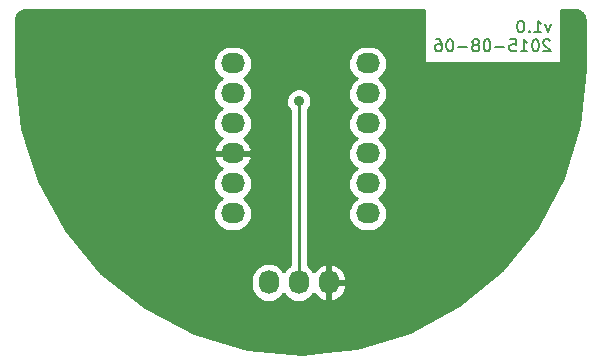
<source format=gbl>
G04 #@! TF.FileFunction,Copper,L2,Bot,Signal*
%FSLAX46Y46*%
G04 Gerber Fmt 4.6, Leading zero omitted, Abs format (unit mm)*
G04 Created by KiCad (PCBNEW (2015-04-22 BZR 5620)-product) date 06/08/2015 11:36:45*
%MOMM*%
G01*
G04 APERTURE LIST*
%ADD10C,0.100000*%
%ADD11C,0.200000*%
%ADD12O,2.032000X1.727200*%
%ADD13O,1.727200X2.032000*%
%ADD14C,0.889000*%
%ADD15C,0.254000*%
G04 APERTURE END LIST*
D10*
D11*
X229473143Y-100331714D02*
X229235048Y-100998381D01*
X228996952Y-100331714D01*
X228092190Y-100998381D02*
X228663619Y-100998381D01*
X228377905Y-100998381D02*
X228377905Y-99998381D01*
X228473143Y-100141238D01*
X228568381Y-100236476D01*
X228663619Y-100284095D01*
X227663619Y-100903143D02*
X227616000Y-100950762D01*
X227663619Y-100998381D01*
X227711238Y-100950762D01*
X227663619Y-100903143D01*
X227663619Y-100998381D01*
X226996953Y-99998381D02*
X226901714Y-99998381D01*
X226806476Y-100046000D01*
X226758857Y-100093619D01*
X226711238Y-100188857D01*
X226663619Y-100379333D01*
X226663619Y-100617429D01*
X226711238Y-100807905D01*
X226758857Y-100903143D01*
X226806476Y-100950762D01*
X226901714Y-100998381D01*
X226996953Y-100998381D01*
X227092191Y-100950762D01*
X227139810Y-100903143D01*
X227187429Y-100807905D01*
X227235048Y-100617429D01*
X227235048Y-100379333D01*
X227187429Y-100188857D01*
X227139810Y-100093619D01*
X227092191Y-100046000D01*
X226996953Y-99998381D01*
X229425524Y-101693619D02*
X229377905Y-101646000D01*
X229282667Y-101598381D01*
X229044571Y-101598381D01*
X228949333Y-101646000D01*
X228901714Y-101693619D01*
X228854095Y-101788857D01*
X228854095Y-101884095D01*
X228901714Y-102026952D01*
X229473143Y-102598381D01*
X228854095Y-102598381D01*
X228235048Y-101598381D02*
X228139809Y-101598381D01*
X228044571Y-101646000D01*
X227996952Y-101693619D01*
X227949333Y-101788857D01*
X227901714Y-101979333D01*
X227901714Y-102217429D01*
X227949333Y-102407905D01*
X227996952Y-102503143D01*
X228044571Y-102550762D01*
X228139809Y-102598381D01*
X228235048Y-102598381D01*
X228330286Y-102550762D01*
X228377905Y-102503143D01*
X228425524Y-102407905D01*
X228473143Y-102217429D01*
X228473143Y-101979333D01*
X228425524Y-101788857D01*
X228377905Y-101693619D01*
X228330286Y-101646000D01*
X228235048Y-101598381D01*
X226949333Y-102598381D02*
X227520762Y-102598381D01*
X227235048Y-102598381D02*
X227235048Y-101598381D01*
X227330286Y-101741238D01*
X227425524Y-101836476D01*
X227520762Y-101884095D01*
X226044571Y-101598381D02*
X226520762Y-101598381D01*
X226568381Y-102074571D01*
X226520762Y-102026952D01*
X226425524Y-101979333D01*
X226187428Y-101979333D01*
X226092190Y-102026952D01*
X226044571Y-102074571D01*
X225996952Y-102169810D01*
X225996952Y-102407905D01*
X226044571Y-102503143D01*
X226092190Y-102550762D01*
X226187428Y-102598381D01*
X226425524Y-102598381D01*
X226520762Y-102550762D01*
X226568381Y-102503143D01*
X225568381Y-102217429D02*
X224806476Y-102217429D01*
X224139810Y-101598381D02*
X224044571Y-101598381D01*
X223949333Y-101646000D01*
X223901714Y-101693619D01*
X223854095Y-101788857D01*
X223806476Y-101979333D01*
X223806476Y-102217429D01*
X223854095Y-102407905D01*
X223901714Y-102503143D01*
X223949333Y-102550762D01*
X224044571Y-102598381D01*
X224139810Y-102598381D01*
X224235048Y-102550762D01*
X224282667Y-102503143D01*
X224330286Y-102407905D01*
X224377905Y-102217429D01*
X224377905Y-101979333D01*
X224330286Y-101788857D01*
X224282667Y-101693619D01*
X224235048Y-101646000D01*
X224139810Y-101598381D01*
X223235048Y-102026952D02*
X223330286Y-101979333D01*
X223377905Y-101931714D01*
X223425524Y-101836476D01*
X223425524Y-101788857D01*
X223377905Y-101693619D01*
X223330286Y-101646000D01*
X223235048Y-101598381D01*
X223044571Y-101598381D01*
X222949333Y-101646000D01*
X222901714Y-101693619D01*
X222854095Y-101788857D01*
X222854095Y-101836476D01*
X222901714Y-101931714D01*
X222949333Y-101979333D01*
X223044571Y-102026952D01*
X223235048Y-102026952D01*
X223330286Y-102074571D01*
X223377905Y-102122190D01*
X223425524Y-102217429D01*
X223425524Y-102407905D01*
X223377905Y-102503143D01*
X223330286Y-102550762D01*
X223235048Y-102598381D01*
X223044571Y-102598381D01*
X222949333Y-102550762D01*
X222901714Y-102503143D01*
X222854095Y-102407905D01*
X222854095Y-102217429D01*
X222901714Y-102122190D01*
X222949333Y-102074571D01*
X223044571Y-102026952D01*
X222425524Y-102217429D02*
X221663619Y-102217429D01*
X220996953Y-101598381D02*
X220901714Y-101598381D01*
X220806476Y-101646000D01*
X220758857Y-101693619D01*
X220711238Y-101788857D01*
X220663619Y-101979333D01*
X220663619Y-102217429D01*
X220711238Y-102407905D01*
X220758857Y-102503143D01*
X220806476Y-102550762D01*
X220901714Y-102598381D01*
X220996953Y-102598381D01*
X221092191Y-102550762D01*
X221139810Y-102503143D01*
X221187429Y-102407905D01*
X221235048Y-102217429D01*
X221235048Y-101979333D01*
X221187429Y-101788857D01*
X221139810Y-101693619D01*
X221092191Y-101646000D01*
X220996953Y-101598381D01*
X219806476Y-101598381D02*
X219996953Y-101598381D01*
X220092191Y-101646000D01*
X220139810Y-101693619D01*
X220235048Y-101836476D01*
X220282667Y-102026952D01*
X220282667Y-102407905D01*
X220235048Y-102503143D01*
X220187429Y-102550762D01*
X220092191Y-102598381D01*
X219901714Y-102598381D01*
X219806476Y-102550762D01*
X219758857Y-102503143D01*
X219711238Y-102407905D01*
X219711238Y-102169810D01*
X219758857Y-102074571D01*
X219806476Y-102026952D01*
X219901714Y-101979333D01*
X220092191Y-101979333D01*
X220187429Y-102026952D01*
X220235048Y-102074571D01*
X220282667Y-102169810D01*
D12*
X202565000Y-103632000D03*
X202565000Y-106172000D03*
X202565000Y-108712000D03*
X202565000Y-111252000D03*
X202565000Y-113792000D03*
X202565000Y-116332000D03*
X213995000Y-103632000D03*
X213995000Y-106172000D03*
X213995000Y-108712000D03*
X213995000Y-111252000D03*
X213995000Y-113792000D03*
X213995000Y-116332000D03*
D13*
X210693000Y-122174000D03*
X208153000Y-122174000D03*
X205613000Y-122174000D03*
D14*
X208153000Y-106807000D03*
D15*
X208153000Y-122174000D02*
X208153000Y-106807000D01*
G36*
X232360000Y-104106495D02*
X231898177Y-108816525D01*
X230540031Y-113314924D01*
X228334008Y-117463850D01*
X225364132Y-121105276D01*
X221743527Y-124100501D01*
X217610103Y-126335435D01*
X215653951Y-126940965D01*
X215653951Y-116342462D01*
X215627444Y-116051190D01*
X215544866Y-115770615D01*
X215409363Y-115511422D01*
X215226097Y-115283485D01*
X215002048Y-115095485D01*
X214942413Y-115062700D01*
X214984701Y-115040216D01*
X215211353Y-114855363D01*
X215397784Y-114630006D01*
X215536892Y-114372731D01*
X215623379Y-114093335D01*
X215653951Y-113802462D01*
X215627444Y-113511190D01*
X215544866Y-113230615D01*
X215409363Y-112971422D01*
X215226097Y-112743485D01*
X215002048Y-112555485D01*
X214942413Y-112522700D01*
X214984701Y-112500216D01*
X215211353Y-112315363D01*
X215397784Y-112090006D01*
X215536892Y-111832731D01*
X215623379Y-111553335D01*
X215653951Y-111262462D01*
X215627444Y-110971190D01*
X215544866Y-110690615D01*
X215409363Y-110431422D01*
X215226097Y-110203485D01*
X215002048Y-110015485D01*
X214942413Y-109982700D01*
X214984701Y-109960216D01*
X215211353Y-109775363D01*
X215397784Y-109550006D01*
X215536892Y-109292731D01*
X215623379Y-109013335D01*
X215653951Y-108722462D01*
X215627444Y-108431190D01*
X215544866Y-108150615D01*
X215409363Y-107891422D01*
X215226097Y-107663485D01*
X215002048Y-107475485D01*
X214942413Y-107442700D01*
X214984701Y-107420216D01*
X215211353Y-107235363D01*
X215397784Y-107010006D01*
X215536892Y-106752731D01*
X215623379Y-106473335D01*
X215653951Y-106182462D01*
X215627444Y-105891190D01*
X215544866Y-105610615D01*
X215409363Y-105351422D01*
X215226097Y-105123485D01*
X215002048Y-104935485D01*
X214942413Y-104902700D01*
X214984701Y-104880216D01*
X215211353Y-104695363D01*
X215397784Y-104470006D01*
X215536892Y-104212731D01*
X215623379Y-103933335D01*
X215653951Y-103642462D01*
X215627444Y-103351190D01*
X215544866Y-103070615D01*
X215409363Y-102811422D01*
X215226097Y-102583485D01*
X215002048Y-102395485D01*
X214745749Y-102254584D01*
X214466964Y-102166148D01*
X214176312Y-102133546D01*
X214155388Y-102133400D01*
X213834612Y-102133400D01*
X213543532Y-102161941D01*
X213263540Y-102246475D01*
X213005299Y-102383784D01*
X212778647Y-102568637D01*
X212592216Y-102793994D01*
X212453108Y-103051269D01*
X212366621Y-103330665D01*
X212336049Y-103621538D01*
X212362556Y-103912810D01*
X212445134Y-104193385D01*
X212580637Y-104452578D01*
X212763903Y-104680515D01*
X212987952Y-104868515D01*
X213047586Y-104901299D01*
X213005299Y-104923784D01*
X212778647Y-105108637D01*
X212592216Y-105333994D01*
X212453108Y-105591269D01*
X212366621Y-105870665D01*
X212336049Y-106161538D01*
X212362556Y-106452810D01*
X212445134Y-106733385D01*
X212580637Y-106992578D01*
X212763903Y-107220515D01*
X212987952Y-107408515D01*
X213047586Y-107441299D01*
X213005299Y-107463784D01*
X212778647Y-107648637D01*
X212592216Y-107873994D01*
X212453108Y-108131269D01*
X212366621Y-108410665D01*
X212336049Y-108701538D01*
X212362556Y-108992810D01*
X212445134Y-109273385D01*
X212580637Y-109532578D01*
X212763903Y-109760515D01*
X212987952Y-109948515D01*
X213047586Y-109981299D01*
X213005299Y-110003784D01*
X212778647Y-110188637D01*
X212592216Y-110413994D01*
X212453108Y-110671269D01*
X212366621Y-110950665D01*
X212336049Y-111241538D01*
X212362556Y-111532810D01*
X212445134Y-111813385D01*
X212580637Y-112072578D01*
X212763903Y-112300515D01*
X212987952Y-112488515D01*
X213047586Y-112521299D01*
X213005299Y-112543784D01*
X212778647Y-112728637D01*
X212592216Y-112953994D01*
X212453108Y-113211269D01*
X212366621Y-113490665D01*
X212336049Y-113781538D01*
X212362556Y-114072810D01*
X212445134Y-114353385D01*
X212580637Y-114612578D01*
X212763903Y-114840515D01*
X212987952Y-115028515D01*
X213047586Y-115061299D01*
X213005299Y-115083784D01*
X212778647Y-115268637D01*
X212592216Y-115493994D01*
X212453108Y-115751269D01*
X212366621Y-116030665D01*
X212336049Y-116321538D01*
X212362556Y-116612810D01*
X212445134Y-116893385D01*
X212580637Y-117152578D01*
X212763903Y-117380515D01*
X212987952Y-117568515D01*
X213244251Y-117709416D01*
X213523036Y-117797852D01*
X213813688Y-117830454D01*
X213834612Y-117830600D01*
X214155388Y-117830600D01*
X214446468Y-117802059D01*
X214726460Y-117717525D01*
X214984701Y-117580216D01*
X215211353Y-117395363D01*
X215397784Y-117170006D01*
X215536892Y-116912731D01*
X215623379Y-116633335D01*
X215653951Y-116342462D01*
X215653951Y-126940965D01*
X213121292Y-127724955D01*
X212178185Y-127824079D01*
X212178185Y-122535914D01*
X212178185Y-121812086D01*
X212108773Y-121526367D01*
X211984954Y-121259679D01*
X211811486Y-121022271D01*
X211595035Y-120823267D01*
X211343919Y-120670314D01*
X211067789Y-120569291D01*
X211052026Y-120566642D01*
X210820000Y-120687783D01*
X210820000Y-122047000D01*
X212033925Y-122047000D01*
X212178185Y-121812086D01*
X212178185Y-122535914D01*
X212033925Y-122301000D01*
X210820000Y-122301000D01*
X210820000Y-123660217D01*
X211052026Y-123781358D01*
X211067789Y-123778709D01*
X211343919Y-123677686D01*
X211595035Y-123524733D01*
X211811486Y-123325729D01*
X211984954Y-123088321D01*
X212108773Y-122821633D01*
X212178185Y-122535914D01*
X212178185Y-127824079D01*
X210566000Y-127993525D01*
X210566000Y-123660217D01*
X210566000Y-122301000D01*
X210546000Y-122301000D01*
X210546000Y-122047000D01*
X210566000Y-122047000D01*
X210566000Y-120687783D01*
X210333974Y-120566642D01*
X210318211Y-120569291D01*
X210042081Y-120670314D01*
X209790965Y-120823267D01*
X209574514Y-121022271D01*
X209424343Y-121227794D01*
X209401216Y-121184299D01*
X209216363Y-120957647D01*
X208991006Y-120771216D01*
X208915000Y-120730119D01*
X208915000Y-107572088D01*
X208974130Y-107515780D01*
X209096161Y-107342790D01*
X209182268Y-107149392D01*
X209229170Y-106942952D01*
X209232546Y-106701150D01*
X209191426Y-106493481D01*
X209110754Y-106297753D01*
X208993600Y-106121423D01*
X208844428Y-105971207D01*
X208668921Y-105852825D01*
X208473761Y-105770788D01*
X208266384Y-105728219D01*
X208054689Y-105726741D01*
X207846738Y-105766410D01*
X207650452Y-105845715D01*
X207473308Y-105961634D01*
X207322054Y-106109753D01*
X207202450Y-106284431D01*
X207119052Y-106479012D01*
X207075037Y-106686087D01*
X207072081Y-106897767D01*
X207110297Y-107105990D01*
X207188230Y-107302825D01*
X207302910Y-107480773D01*
X207391000Y-107571993D01*
X207391000Y-120729013D01*
X207332422Y-120759637D01*
X207104485Y-120942903D01*
X206916485Y-121166952D01*
X206883700Y-121226586D01*
X206861216Y-121184299D01*
X206676363Y-120957647D01*
X206451006Y-120771216D01*
X206193731Y-120632108D01*
X205914335Y-120545621D01*
X205623462Y-120515049D01*
X205332190Y-120541556D01*
X205051615Y-120624134D01*
X204792422Y-120759637D01*
X204564485Y-120942903D01*
X204376485Y-121166952D01*
X204235584Y-121423251D01*
X204223951Y-121459922D01*
X204223951Y-116342462D01*
X204197444Y-116051190D01*
X204114866Y-115770615D01*
X203979363Y-115511422D01*
X203796097Y-115283485D01*
X203572048Y-115095485D01*
X203512413Y-115062700D01*
X203554701Y-115040216D01*
X203781353Y-114855363D01*
X203967784Y-114630006D01*
X204106892Y-114372731D01*
X204193379Y-114093335D01*
X204223951Y-113802462D01*
X204223951Y-108722462D01*
X204197444Y-108431190D01*
X204114866Y-108150615D01*
X203979363Y-107891422D01*
X203796097Y-107663485D01*
X203572048Y-107475485D01*
X203512413Y-107442700D01*
X203554701Y-107420216D01*
X203781353Y-107235363D01*
X203967784Y-107010006D01*
X204106892Y-106752731D01*
X204193379Y-106473335D01*
X204223951Y-106182462D01*
X204197444Y-105891190D01*
X204114866Y-105610615D01*
X203979363Y-105351422D01*
X203796097Y-105123485D01*
X203572048Y-104935485D01*
X203512413Y-104902700D01*
X203554701Y-104880216D01*
X203781353Y-104695363D01*
X203967784Y-104470006D01*
X204106892Y-104212731D01*
X204193379Y-103933335D01*
X204223951Y-103642462D01*
X204197444Y-103351190D01*
X204114866Y-103070615D01*
X203979363Y-102811422D01*
X203796097Y-102583485D01*
X203572048Y-102395485D01*
X203315749Y-102254584D01*
X203036964Y-102166148D01*
X202746312Y-102133546D01*
X202725388Y-102133400D01*
X202404612Y-102133400D01*
X202113532Y-102161941D01*
X201833540Y-102246475D01*
X201575299Y-102383784D01*
X201348647Y-102568637D01*
X201162216Y-102793994D01*
X201023108Y-103051269D01*
X200936621Y-103330665D01*
X200906049Y-103621538D01*
X200932556Y-103912810D01*
X201015134Y-104193385D01*
X201150637Y-104452578D01*
X201333903Y-104680515D01*
X201557952Y-104868515D01*
X201617586Y-104901299D01*
X201575299Y-104923784D01*
X201348647Y-105108637D01*
X201162216Y-105333994D01*
X201023108Y-105591269D01*
X200936621Y-105870665D01*
X200906049Y-106161538D01*
X200932556Y-106452810D01*
X201015134Y-106733385D01*
X201150637Y-106992578D01*
X201333903Y-107220515D01*
X201557952Y-107408515D01*
X201617586Y-107441299D01*
X201575299Y-107463784D01*
X201348647Y-107648637D01*
X201162216Y-107873994D01*
X201023108Y-108131269D01*
X200936621Y-108410665D01*
X200906049Y-108701538D01*
X200932556Y-108992810D01*
X201015134Y-109273385D01*
X201150637Y-109532578D01*
X201333903Y-109760515D01*
X201557952Y-109948515D01*
X201619872Y-109982555D01*
X201413271Y-110133514D01*
X201214267Y-110349965D01*
X201061314Y-110601081D01*
X200960291Y-110877211D01*
X200957642Y-110892974D01*
X201078783Y-111125000D01*
X202438000Y-111125000D01*
X202438000Y-111105000D01*
X202692000Y-111105000D01*
X202692000Y-111125000D01*
X204051217Y-111125000D01*
X204172358Y-110892974D01*
X204169709Y-110877211D01*
X204068686Y-110601081D01*
X203915733Y-110349965D01*
X203716729Y-110133514D01*
X203511205Y-109983343D01*
X203554701Y-109960216D01*
X203781353Y-109775363D01*
X203967784Y-109550006D01*
X204106892Y-109292731D01*
X204193379Y-109013335D01*
X204223951Y-108722462D01*
X204223951Y-113802462D01*
X204197444Y-113511190D01*
X204114866Y-113230615D01*
X203979363Y-112971422D01*
X203796097Y-112743485D01*
X203572048Y-112555485D01*
X203510127Y-112521444D01*
X203716729Y-112370486D01*
X203915733Y-112154035D01*
X204068686Y-111902919D01*
X204169709Y-111626789D01*
X204172358Y-111611026D01*
X204051217Y-111379000D01*
X202692000Y-111379000D01*
X202692000Y-111399000D01*
X202438000Y-111399000D01*
X202438000Y-111379000D01*
X201078783Y-111379000D01*
X200957642Y-111611026D01*
X200960291Y-111626789D01*
X201061314Y-111902919D01*
X201214267Y-112154035D01*
X201413271Y-112370486D01*
X201618794Y-112520656D01*
X201575299Y-112543784D01*
X201348647Y-112728637D01*
X201162216Y-112953994D01*
X201023108Y-113211269D01*
X200936621Y-113490665D01*
X200906049Y-113781538D01*
X200932556Y-114072810D01*
X201015134Y-114353385D01*
X201150637Y-114612578D01*
X201333903Y-114840515D01*
X201557952Y-115028515D01*
X201617586Y-115061299D01*
X201575299Y-115083784D01*
X201348647Y-115268637D01*
X201162216Y-115493994D01*
X201023108Y-115751269D01*
X200936621Y-116030665D01*
X200906049Y-116321538D01*
X200932556Y-116612810D01*
X201015134Y-116893385D01*
X201150637Y-117152578D01*
X201333903Y-117380515D01*
X201557952Y-117568515D01*
X201814251Y-117709416D01*
X202093036Y-117797852D01*
X202383688Y-117830454D01*
X202404612Y-117830600D01*
X202725388Y-117830600D01*
X203016468Y-117802059D01*
X203296460Y-117717525D01*
X203554701Y-117580216D01*
X203781353Y-117395363D01*
X203967784Y-117170006D01*
X204106892Y-116912731D01*
X204193379Y-116633335D01*
X204223951Y-116342462D01*
X204223951Y-121459922D01*
X204147148Y-121702036D01*
X204114546Y-121992688D01*
X204114400Y-122013612D01*
X204114400Y-122334388D01*
X204142941Y-122625468D01*
X204227475Y-122905460D01*
X204364784Y-123163701D01*
X204549637Y-123390353D01*
X204774994Y-123576784D01*
X205032269Y-123715892D01*
X205311665Y-123802379D01*
X205602538Y-123832951D01*
X205893810Y-123806444D01*
X206174385Y-123723866D01*
X206433578Y-123588363D01*
X206661515Y-123405097D01*
X206849515Y-123181048D01*
X206882299Y-123121413D01*
X206904784Y-123163701D01*
X207089637Y-123390353D01*
X207314994Y-123576784D01*
X207572269Y-123715892D01*
X207851665Y-123802379D01*
X208142538Y-123832951D01*
X208433810Y-123806444D01*
X208714385Y-123723866D01*
X208973578Y-123588363D01*
X209201515Y-123405097D01*
X209389515Y-123181048D01*
X209423555Y-123119127D01*
X209574514Y-123325729D01*
X209790965Y-123524733D01*
X210042081Y-123677686D01*
X210318211Y-123778709D01*
X210333974Y-123781358D01*
X210566000Y-123660217D01*
X210566000Y-127993525D01*
X208448084Y-128216127D01*
X203768472Y-127790250D01*
X199260702Y-126463541D01*
X195096477Y-124286536D01*
X191434403Y-121342153D01*
X188413976Y-117742549D01*
X186150239Y-113624826D01*
X184729419Y-109145829D01*
X184202146Y-104445089D01*
X184200000Y-104137653D01*
X184200000Y-99958503D01*
X184218743Y-99767336D01*
X184264532Y-99615678D01*
X184338904Y-99475804D01*
X184439030Y-99353038D01*
X184561093Y-99252059D01*
X184700449Y-99176709D01*
X184851780Y-99129864D01*
X185040782Y-99110000D01*
X218785762Y-99110000D01*
X218785762Y-103581000D01*
X230351000Y-103581000D01*
X230351000Y-99110000D01*
X231511496Y-99110000D01*
X231702663Y-99128743D01*
X231854321Y-99174532D01*
X231994195Y-99248904D01*
X232116961Y-99349030D01*
X232217940Y-99471093D01*
X232293290Y-99610449D01*
X232340135Y-99761780D01*
X232360000Y-99950782D01*
X232360000Y-104106495D01*
X232360000Y-104106495D01*
G37*
X232360000Y-104106495D02*
X231898177Y-108816525D01*
X230540031Y-113314924D01*
X228334008Y-117463850D01*
X225364132Y-121105276D01*
X221743527Y-124100501D01*
X217610103Y-126335435D01*
X215653951Y-126940965D01*
X215653951Y-116342462D01*
X215627444Y-116051190D01*
X215544866Y-115770615D01*
X215409363Y-115511422D01*
X215226097Y-115283485D01*
X215002048Y-115095485D01*
X214942413Y-115062700D01*
X214984701Y-115040216D01*
X215211353Y-114855363D01*
X215397784Y-114630006D01*
X215536892Y-114372731D01*
X215623379Y-114093335D01*
X215653951Y-113802462D01*
X215627444Y-113511190D01*
X215544866Y-113230615D01*
X215409363Y-112971422D01*
X215226097Y-112743485D01*
X215002048Y-112555485D01*
X214942413Y-112522700D01*
X214984701Y-112500216D01*
X215211353Y-112315363D01*
X215397784Y-112090006D01*
X215536892Y-111832731D01*
X215623379Y-111553335D01*
X215653951Y-111262462D01*
X215627444Y-110971190D01*
X215544866Y-110690615D01*
X215409363Y-110431422D01*
X215226097Y-110203485D01*
X215002048Y-110015485D01*
X214942413Y-109982700D01*
X214984701Y-109960216D01*
X215211353Y-109775363D01*
X215397784Y-109550006D01*
X215536892Y-109292731D01*
X215623379Y-109013335D01*
X215653951Y-108722462D01*
X215627444Y-108431190D01*
X215544866Y-108150615D01*
X215409363Y-107891422D01*
X215226097Y-107663485D01*
X215002048Y-107475485D01*
X214942413Y-107442700D01*
X214984701Y-107420216D01*
X215211353Y-107235363D01*
X215397784Y-107010006D01*
X215536892Y-106752731D01*
X215623379Y-106473335D01*
X215653951Y-106182462D01*
X215627444Y-105891190D01*
X215544866Y-105610615D01*
X215409363Y-105351422D01*
X215226097Y-105123485D01*
X215002048Y-104935485D01*
X214942413Y-104902700D01*
X214984701Y-104880216D01*
X215211353Y-104695363D01*
X215397784Y-104470006D01*
X215536892Y-104212731D01*
X215623379Y-103933335D01*
X215653951Y-103642462D01*
X215627444Y-103351190D01*
X215544866Y-103070615D01*
X215409363Y-102811422D01*
X215226097Y-102583485D01*
X215002048Y-102395485D01*
X214745749Y-102254584D01*
X214466964Y-102166148D01*
X214176312Y-102133546D01*
X214155388Y-102133400D01*
X213834612Y-102133400D01*
X213543532Y-102161941D01*
X213263540Y-102246475D01*
X213005299Y-102383784D01*
X212778647Y-102568637D01*
X212592216Y-102793994D01*
X212453108Y-103051269D01*
X212366621Y-103330665D01*
X212336049Y-103621538D01*
X212362556Y-103912810D01*
X212445134Y-104193385D01*
X212580637Y-104452578D01*
X212763903Y-104680515D01*
X212987952Y-104868515D01*
X213047586Y-104901299D01*
X213005299Y-104923784D01*
X212778647Y-105108637D01*
X212592216Y-105333994D01*
X212453108Y-105591269D01*
X212366621Y-105870665D01*
X212336049Y-106161538D01*
X212362556Y-106452810D01*
X212445134Y-106733385D01*
X212580637Y-106992578D01*
X212763903Y-107220515D01*
X212987952Y-107408515D01*
X213047586Y-107441299D01*
X213005299Y-107463784D01*
X212778647Y-107648637D01*
X212592216Y-107873994D01*
X212453108Y-108131269D01*
X212366621Y-108410665D01*
X212336049Y-108701538D01*
X212362556Y-108992810D01*
X212445134Y-109273385D01*
X212580637Y-109532578D01*
X212763903Y-109760515D01*
X212987952Y-109948515D01*
X213047586Y-109981299D01*
X213005299Y-110003784D01*
X212778647Y-110188637D01*
X212592216Y-110413994D01*
X212453108Y-110671269D01*
X212366621Y-110950665D01*
X212336049Y-111241538D01*
X212362556Y-111532810D01*
X212445134Y-111813385D01*
X212580637Y-112072578D01*
X212763903Y-112300515D01*
X212987952Y-112488515D01*
X213047586Y-112521299D01*
X213005299Y-112543784D01*
X212778647Y-112728637D01*
X212592216Y-112953994D01*
X212453108Y-113211269D01*
X212366621Y-113490665D01*
X212336049Y-113781538D01*
X212362556Y-114072810D01*
X212445134Y-114353385D01*
X212580637Y-114612578D01*
X212763903Y-114840515D01*
X212987952Y-115028515D01*
X213047586Y-115061299D01*
X213005299Y-115083784D01*
X212778647Y-115268637D01*
X212592216Y-115493994D01*
X212453108Y-115751269D01*
X212366621Y-116030665D01*
X212336049Y-116321538D01*
X212362556Y-116612810D01*
X212445134Y-116893385D01*
X212580637Y-117152578D01*
X212763903Y-117380515D01*
X212987952Y-117568515D01*
X213244251Y-117709416D01*
X213523036Y-117797852D01*
X213813688Y-117830454D01*
X213834612Y-117830600D01*
X214155388Y-117830600D01*
X214446468Y-117802059D01*
X214726460Y-117717525D01*
X214984701Y-117580216D01*
X215211353Y-117395363D01*
X215397784Y-117170006D01*
X215536892Y-116912731D01*
X215623379Y-116633335D01*
X215653951Y-116342462D01*
X215653951Y-126940965D01*
X213121292Y-127724955D01*
X212178185Y-127824079D01*
X212178185Y-122535914D01*
X212178185Y-121812086D01*
X212108773Y-121526367D01*
X211984954Y-121259679D01*
X211811486Y-121022271D01*
X211595035Y-120823267D01*
X211343919Y-120670314D01*
X211067789Y-120569291D01*
X211052026Y-120566642D01*
X210820000Y-120687783D01*
X210820000Y-122047000D01*
X212033925Y-122047000D01*
X212178185Y-121812086D01*
X212178185Y-122535914D01*
X212033925Y-122301000D01*
X210820000Y-122301000D01*
X210820000Y-123660217D01*
X211052026Y-123781358D01*
X211067789Y-123778709D01*
X211343919Y-123677686D01*
X211595035Y-123524733D01*
X211811486Y-123325729D01*
X211984954Y-123088321D01*
X212108773Y-122821633D01*
X212178185Y-122535914D01*
X212178185Y-127824079D01*
X210566000Y-127993525D01*
X210566000Y-123660217D01*
X210566000Y-122301000D01*
X210546000Y-122301000D01*
X210546000Y-122047000D01*
X210566000Y-122047000D01*
X210566000Y-120687783D01*
X210333974Y-120566642D01*
X210318211Y-120569291D01*
X210042081Y-120670314D01*
X209790965Y-120823267D01*
X209574514Y-121022271D01*
X209424343Y-121227794D01*
X209401216Y-121184299D01*
X209216363Y-120957647D01*
X208991006Y-120771216D01*
X208915000Y-120730119D01*
X208915000Y-107572088D01*
X208974130Y-107515780D01*
X209096161Y-107342790D01*
X209182268Y-107149392D01*
X209229170Y-106942952D01*
X209232546Y-106701150D01*
X209191426Y-106493481D01*
X209110754Y-106297753D01*
X208993600Y-106121423D01*
X208844428Y-105971207D01*
X208668921Y-105852825D01*
X208473761Y-105770788D01*
X208266384Y-105728219D01*
X208054689Y-105726741D01*
X207846738Y-105766410D01*
X207650452Y-105845715D01*
X207473308Y-105961634D01*
X207322054Y-106109753D01*
X207202450Y-106284431D01*
X207119052Y-106479012D01*
X207075037Y-106686087D01*
X207072081Y-106897767D01*
X207110297Y-107105990D01*
X207188230Y-107302825D01*
X207302910Y-107480773D01*
X207391000Y-107571993D01*
X207391000Y-120729013D01*
X207332422Y-120759637D01*
X207104485Y-120942903D01*
X206916485Y-121166952D01*
X206883700Y-121226586D01*
X206861216Y-121184299D01*
X206676363Y-120957647D01*
X206451006Y-120771216D01*
X206193731Y-120632108D01*
X205914335Y-120545621D01*
X205623462Y-120515049D01*
X205332190Y-120541556D01*
X205051615Y-120624134D01*
X204792422Y-120759637D01*
X204564485Y-120942903D01*
X204376485Y-121166952D01*
X204235584Y-121423251D01*
X204223951Y-121459922D01*
X204223951Y-116342462D01*
X204197444Y-116051190D01*
X204114866Y-115770615D01*
X203979363Y-115511422D01*
X203796097Y-115283485D01*
X203572048Y-115095485D01*
X203512413Y-115062700D01*
X203554701Y-115040216D01*
X203781353Y-114855363D01*
X203967784Y-114630006D01*
X204106892Y-114372731D01*
X204193379Y-114093335D01*
X204223951Y-113802462D01*
X204223951Y-108722462D01*
X204197444Y-108431190D01*
X204114866Y-108150615D01*
X203979363Y-107891422D01*
X203796097Y-107663485D01*
X203572048Y-107475485D01*
X203512413Y-107442700D01*
X203554701Y-107420216D01*
X203781353Y-107235363D01*
X203967784Y-107010006D01*
X204106892Y-106752731D01*
X204193379Y-106473335D01*
X204223951Y-106182462D01*
X204197444Y-105891190D01*
X204114866Y-105610615D01*
X203979363Y-105351422D01*
X203796097Y-105123485D01*
X203572048Y-104935485D01*
X203512413Y-104902700D01*
X203554701Y-104880216D01*
X203781353Y-104695363D01*
X203967784Y-104470006D01*
X204106892Y-104212731D01*
X204193379Y-103933335D01*
X204223951Y-103642462D01*
X204197444Y-103351190D01*
X204114866Y-103070615D01*
X203979363Y-102811422D01*
X203796097Y-102583485D01*
X203572048Y-102395485D01*
X203315749Y-102254584D01*
X203036964Y-102166148D01*
X202746312Y-102133546D01*
X202725388Y-102133400D01*
X202404612Y-102133400D01*
X202113532Y-102161941D01*
X201833540Y-102246475D01*
X201575299Y-102383784D01*
X201348647Y-102568637D01*
X201162216Y-102793994D01*
X201023108Y-103051269D01*
X200936621Y-103330665D01*
X200906049Y-103621538D01*
X200932556Y-103912810D01*
X201015134Y-104193385D01*
X201150637Y-104452578D01*
X201333903Y-104680515D01*
X201557952Y-104868515D01*
X201617586Y-104901299D01*
X201575299Y-104923784D01*
X201348647Y-105108637D01*
X201162216Y-105333994D01*
X201023108Y-105591269D01*
X200936621Y-105870665D01*
X200906049Y-106161538D01*
X200932556Y-106452810D01*
X201015134Y-106733385D01*
X201150637Y-106992578D01*
X201333903Y-107220515D01*
X201557952Y-107408515D01*
X201617586Y-107441299D01*
X201575299Y-107463784D01*
X201348647Y-107648637D01*
X201162216Y-107873994D01*
X201023108Y-108131269D01*
X200936621Y-108410665D01*
X200906049Y-108701538D01*
X200932556Y-108992810D01*
X201015134Y-109273385D01*
X201150637Y-109532578D01*
X201333903Y-109760515D01*
X201557952Y-109948515D01*
X201619872Y-109982555D01*
X201413271Y-110133514D01*
X201214267Y-110349965D01*
X201061314Y-110601081D01*
X200960291Y-110877211D01*
X200957642Y-110892974D01*
X201078783Y-111125000D01*
X202438000Y-111125000D01*
X202438000Y-111105000D01*
X202692000Y-111105000D01*
X202692000Y-111125000D01*
X204051217Y-111125000D01*
X204172358Y-110892974D01*
X204169709Y-110877211D01*
X204068686Y-110601081D01*
X203915733Y-110349965D01*
X203716729Y-110133514D01*
X203511205Y-109983343D01*
X203554701Y-109960216D01*
X203781353Y-109775363D01*
X203967784Y-109550006D01*
X204106892Y-109292731D01*
X204193379Y-109013335D01*
X204223951Y-108722462D01*
X204223951Y-113802462D01*
X204197444Y-113511190D01*
X204114866Y-113230615D01*
X203979363Y-112971422D01*
X203796097Y-112743485D01*
X203572048Y-112555485D01*
X203510127Y-112521444D01*
X203716729Y-112370486D01*
X203915733Y-112154035D01*
X204068686Y-111902919D01*
X204169709Y-111626789D01*
X204172358Y-111611026D01*
X204051217Y-111379000D01*
X202692000Y-111379000D01*
X202692000Y-111399000D01*
X202438000Y-111399000D01*
X202438000Y-111379000D01*
X201078783Y-111379000D01*
X200957642Y-111611026D01*
X200960291Y-111626789D01*
X201061314Y-111902919D01*
X201214267Y-112154035D01*
X201413271Y-112370486D01*
X201618794Y-112520656D01*
X201575299Y-112543784D01*
X201348647Y-112728637D01*
X201162216Y-112953994D01*
X201023108Y-113211269D01*
X200936621Y-113490665D01*
X200906049Y-113781538D01*
X200932556Y-114072810D01*
X201015134Y-114353385D01*
X201150637Y-114612578D01*
X201333903Y-114840515D01*
X201557952Y-115028515D01*
X201617586Y-115061299D01*
X201575299Y-115083784D01*
X201348647Y-115268637D01*
X201162216Y-115493994D01*
X201023108Y-115751269D01*
X200936621Y-116030665D01*
X200906049Y-116321538D01*
X200932556Y-116612810D01*
X201015134Y-116893385D01*
X201150637Y-117152578D01*
X201333903Y-117380515D01*
X201557952Y-117568515D01*
X201814251Y-117709416D01*
X202093036Y-117797852D01*
X202383688Y-117830454D01*
X202404612Y-117830600D01*
X202725388Y-117830600D01*
X203016468Y-117802059D01*
X203296460Y-117717525D01*
X203554701Y-117580216D01*
X203781353Y-117395363D01*
X203967784Y-117170006D01*
X204106892Y-116912731D01*
X204193379Y-116633335D01*
X204223951Y-116342462D01*
X204223951Y-121459922D01*
X204147148Y-121702036D01*
X204114546Y-121992688D01*
X204114400Y-122013612D01*
X204114400Y-122334388D01*
X204142941Y-122625468D01*
X204227475Y-122905460D01*
X204364784Y-123163701D01*
X204549637Y-123390353D01*
X204774994Y-123576784D01*
X205032269Y-123715892D01*
X205311665Y-123802379D01*
X205602538Y-123832951D01*
X205893810Y-123806444D01*
X206174385Y-123723866D01*
X206433578Y-123588363D01*
X206661515Y-123405097D01*
X206849515Y-123181048D01*
X206882299Y-123121413D01*
X206904784Y-123163701D01*
X207089637Y-123390353D01*
X207314994Y-123576784D01*
X207572269Y-123715892D01*
X207851665Y-123802379D01*
X208142538Y-123832951D01*
X208433810Y-123806444D01*
X208714385Y-123723866D01*
X208973578Y-123588363D01*
X209201515Y-123405097D01*
X209389515Y-123181048D01*
X209423555Y-123119127D01*
X209574514Y-123325729D01*
X209790965Y-123524733D01*
X210042081Y-123677686D01*
X210318211Y-123778709D01*
X210333974Y-123781358D01*
X210566000Y-123660217D01*
X210566000Y-127993525D01*
X208448084Y-128216127D01*
X203768472Y-127790250D01*
X199260702Y-126463541D01*
X195096477Y-124286536D01*
X191434403Y-121342153D01*
X188413976Y-117742549D01*
X186150239Y-113624826D01*
X184729419Y-109145829D01*
X184202146Y-104445089D01*
X184200000Y-104137653D01*
X184200000Y-99958503D01*
X184218743Y-99767336D01*
X184264532Y-99615678D01*
X184338904Y-99475804D01*
X184439030Y-99353038D01*
X184561093Y-99252059D01*
X184700449Y-99176709D01*
X184851780Y-99129864D01*
X185040782Y-99110000D01*
X218785762Y-99110000D01*
X218785762Y-103581000D01*
X230351000Y-103581000D01*
X230351000Y-99110000D01*
X231511496Y-99110000D01*
X231702663Y-99128743D01*
X231854321Y-99174532D01*
X231994195Y-99248904D01*
X232116961Y-99349030D01*
X232217940Y-99471093D01*
X232293290Y-99610449D01*
X232340135Y-99761780D01*
X232360000Y-99950782D01*
X232360000Y-104106495D01*
M02*

</source>
